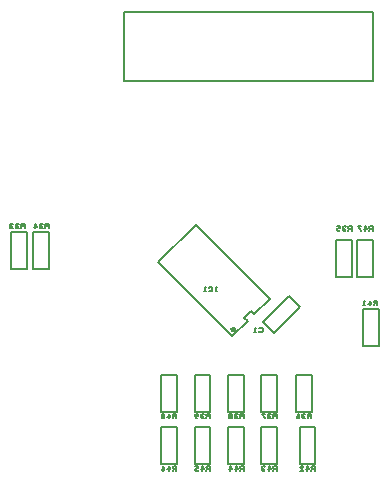
<source format=gbo>
%FSLAX24Y24*%
%MOIN*%
G04 EasyPC Gerber Version 18.0.8 Build 3632 *
%ADD10C,0.00500*%
%ADD11C,0.00800*%
X0Y0D02*
D02*
D10*
X6575Y13912D02*
Y14060D01*
X6489*
X6464Y14047*
X6452Y14023*
X6464Y13998*
X6489Y13986*
X6575*
X6489D02*
X6452Y13912D01*
X6366Y13924D02*
X6341Y13912D01*
X6317*
X6292Y13924*
X6280Y13949*
X6292Y13973*
X6317Y13986*
X6341*
X6317D02*
X6292Y13998D01*
X6280Y14023*
X6292Y14047*
X6317Y14060*
X6341*
X6366Y14047*
X6169Y13924D02*
X6144Y13912D01*
X6120*
X6095Y13924*
X6083Y13949*
X6095Y13973*
X6120Y13986*
X6144*
X6120D02*
X6095Y13998D01*
X6083Y14023*
X6095Y14047*
X6120Y14060*
X6144*
X6169Y14047*
X7375Y13912D02*
Y14060D01*
X7289*
X7264Y14047*
X7252Y14023*
X7264Y13998*
X7289Y13986*
X7375*
X7289D02*
X7252Y13912D01*
X7166Y13924D02*
X7141Y13912D01*
X7117*
X7092Y13924*
X7080Y13949*
X7092Y13973*
X7117Y13986*
X7141*
X7117D02*
X7092Y13998D01*
X7080Y14023*
X7092Y14047*
X7117Y14060*
X7141*
X7166Y14047*
X6920Y13912D02*
Y14060D01*
X6981Y13961*
X6883*
X9881Y18831D02*
X18169D01*
Y21119*
X9881*
Y18831*
X11625Y5837D02*
Y5985D01*
X11539*
X11514Y5972*
X11502Y5948*
X11514Y5923*
X11539Y5911*
X11625*
X11539D02*
X11502Y5837D01*
X11367D02*
Y5985D01*
X11428Y5886*
X11330*
X11231Y5874D02*
X11219Y5898D01*
X11194Y5911*
X11170*
X11145Y5898*
X11133Y5874*
X11145Y5849*
X11170Y5837*
X11194*
X11219Y5849*
X11231Y5874*
Y5911*
X11219Y5948*
X11194Y5972*
X11170Y5985*
X11625Y7587D02*
Y7735D01*
X11539*
X11514Y7722*
X11502Y7698*
X11514Y7673*
X11539Y7661*
X11625*
X11539D02*
X11502Y7587D01*
X11367D02*
Y7735D01*
X11428Y7636*
X11330*
X11219Y7599D02*
X11194Y7587D01*
X11170*
X11145Y7599*
X11133Y7624*
Y7698*
X11145Y7722*
X11170Y7735*
X11194*
X11219Y7722*
X11231Y7698*
Y7624*
X11219Y7599*
X11145Y7722*
X12750Y5837D02*
Y5985D01*
X12664*
X12639Y5972*
X12627Y5948*
X12639Y5923*
X12664Y5911*
X12750*
X12664D02*
X12627Y5837D01*
X12492D02*
Y5985D01*
X12553Y5886*
X12455*
X12356Y5849D02*
X12332Y5837D01*
X12295*
X12270Y5849*
X12258Y5874*
Y5886*
X12270Y5911*
X12295Y5923*
X12356*
Y5985*
X12258*
X12750Y7587D02*
Y7735D01*
X12664*
X12639Y7722*
X12627Y7698*
X12639Y7673*
X12664Y7661*
X12750*
X12664D02*
X12627Y7587D01*
X12541Y7599D02*
X12516Y7587D01*
X12492*
X12467Y7599*
X12455Y7624*
X12467Y7648*
X12492Y7661*
X12516*
X12492D02*
X12467Y7673D01*
X12455Y7698*
X12467Y7722*
X12492Y7735*
X12516*
X12541Y7722*
X12319Y7587D02*
X12295Y7599D01*
X12270Y7624*
X12258Y7661*
Y7698*
X12270Y7722*
X12295Y7735*
X12319*
X12344Y7722*
X12356Y7698*
X12344Y7673*
X12319Y7661*
X12295*
X12270Y7673*
X12258Y7698*
X12988Y11812D02*
X12939D01*
X12963D02*
Y11960D01*
X12988D02*
X12939D01*
X12705Y11837D02*
X12717Y11824D01*
X12742Y11812*
X12779*
X12804Y11824*
X12816Y11837*
X12828Y11861*
Y11910*
X12816Y11935*
X12804Y11947*
X12779Y11960*
X12742*
X12717Y11947*
X12705Y11935*
X12607Y11812D02*
X12557D01*
X12582D02*
Y11960D01*
X12607Y11935*
X13556Y10503D02*
X13525Y10488D01*
X13492Y10493*
X13468Y10517*
X13462Y10551*
X13478Y10581*
X13508Y10597*
X13542Y10591*
X13566Y10567*
X13571Y10534*
X13556Y10503*
X13478D02*
X13556D01*
X13462Y10551D02*
X13571D01*
X13875Y5837D02*
Y5985D01*
X13789*
X13764Y5972*
X13752Y5948*
X13764Y5923*
X13789Y5911*
X13875*
X13789D02*
X13752Y5837D01*
X13617D02*
Y5985D01*
X13678Y5886*
X13580*
X13420Y5837D02*
Y5985D01*
X13481Y5886*
X13383*
X13875Y7587D02*
Y7735D01*
X13789*
X13764Y7722*
X13752Y7698*
X13764Y7673*
X13789Y7661*
X13875*
X13789D02*
X13752Y7587D01*
X13666Y7599D02*
X13641Y7587D01*
X13617*
X13592Y7599*
X13580Y7624*
X13592Y7648*
X13617Y7661*
X13641*
X13617D02*
X13592Y7673D01*
X13580Y7698*
X13592Y7722*
X13617Y7735*
X13641*
X13666Y7722*
X13444Y7661D02*
X13420D01*
X13395Y7673*
X13383Y7698*
X13395Y7722*
X13420Y7735*
X13444*
X13469Y7722*
X13481Y7698*
X13469Y7673*
X13444Y7661*
X13469Y7648*
X13481Y7624*
X13469Y7599*
X13444Y7587*
X13420*
X13395Y7599*
X13383Y7624*
X13395Y7648*
X13420Y7661*
X14377Y10487D02*
X14389Y10474D01*
X14414Y10462*
X14451*
X14475Y10474*
X14488Y10487*
X14500Y10511*
Y10560*
X14488Y10585*
X14475Y10597*
X14451Y10610*
X14414*
X14389Y10597*
X14377Y10585*
X14279Y10462D02*
X14229D01*
X14254D02*
Y10610D01*
X14279Y10585*
X14733Y11569D02*
X12269Y14033D01*
X11017Y12781*
X13481Y10317*
X14002Y10839*
X13898Y10943*
X14107Y11152*
X14211Y11048*
X14733Y11569*
X14975Y5837D02*
Y5985D01*
X14889*
X14864Y5972*
X14852Y5948*
X14864Y5923*
X14889Y5911*
X14975*
X14889D02*
X14852Y5837D01*
X14717D02*
Y5985D01*
X14778Y5886*
X14680*
X14569Y5849D02*
X14544Y5837D01*
X14520*
X14495Y5849*
X14483Y5874*
X14495Y5898*
X14520Y5911*
X14544*
X14520D02*
X14495Y5923D01*
X14483Y5948*
X14495Y5972*
X14520Y5985*
X14544*
X14569Y5972*
X14975Y7587D02*
Y7735D01*
X14889*
X14864Y7722*
X14852Y7698*
X14864Y7673*
X14889Y7661*
X14975*
X14889D02*
X14852Y7587D01*
X14766Y7599D02*
X14741Y7587D01*
X14717*
X14692Y7599*
X14680Y7624*
X14692Y7648*
X14717Y7661*
X14741*
X14717D02*
X14692Y7673D01*
X14680Y7698*
X14692Y7722*
X14717Y7735*
X14741*
X14766Y7722*
X14581Y7587D02*
X14483Y7735D01*
X14581*
X16125Y7587D02*
Y7735D01*
X16039*
X16014Y7722*
X16002Y7698*
X16014Y7673*
X16039Y7661*
X16125*
X16039D02*
X16002Y7587D01*
X15916Y7599D02*
X15891Y7587D01*
X15867*
X15842Y7599*
X15830Y7624*
X15842Y7648*
X15867Y7661*
X15891*
X15867D02*
X15842Y7673D01*
X15830Y7698*
X15842Y7722*
X15867Y7735*
X15891*
X15916Y7722*
X15731Y7624D02*
X15719Y7648D01*
X15694Y7661*
X15670*
X15645Y7648*
X15633Y7624*
X15645Y7599*
X15670Y7587*
X15694*
X15719Y7599*
X15731Y7624*
Y7661*
X15719Y7698*
X15694Y7722*
X15670Y7735*
X16250Y5837D02*
Y5985D01*
X16164*
X16139Y5972*
X16127Y5948*
X16139Y5923*
X16164Y5911*
X16250*
X16164D02*
X16127Y5837D01*
X15992D02*
Y5985D01*
X16053Y5886*
X15955*
X15758Y5837D02*
X15856D01*
X15770Y5923*
X15758Y5948*
X15770Y5972*
X15795Y5985*
X15832*
X15856Y5972*
X17475Y13837D02*
Y13985D01*
X17389*
X17364Y13972*
X17352Y13948*
X17364Y13923*
X17389Y13911*
X17475*
X17389D02*
X17352Y13837D01*
X17266Y13849D02*
X17241Y13837D01*
X17217*
X17192Y13849*
X17180Y13874*
X17192Y13898*
X17217Y13911*
X17241*
X17217D02*
X17192Y13923D01*
X17180Y13948*
X17192Y13972*
X17217Y13985*
X17241*
X17266Y13972*
X17081Y13849D02*
X17057Y13837D01*
X17020*
X16995Y13849*
X16983Y13874*
Y13886*
X16995Y13911*
X17020Y13923*
X17081*
Y13985*
X16983*
X18175Y13837D02*
Y13985D01*
X18089*
X18064Y13972*
X18052Y13948*
X18064Y13923*
X18089Y13911*
X18175*
X18089D02*
X18052Y13837D01*
X17917D02*
Y13985D01*
X17978Y13886*
X17880*
X17781Y13837D02*
X17683Y13985D01*
X17781*
X18325Y11362D02*
Y11510D01*
X18239*
X18214Y11497*
X18202Y11473*
X18214Y11448*
X18239Y11436*
X18325*
X18239D02*
X18202Y11362D01*
X18067D02*
Y11510D01*
X18128Y11411*
X18030*
X17907Y11362D02*
X17857D01*
X17882D02*
Y11510D01*
X17907Y11485*
D02*
D11*
X6640Y13790D02*
X6110D01*
Y12560*
X6640*
Y13790*
X7390D02*
X6860D01*
Y12560*
X7390*
Y13790*
X11110Y6060D02*
X11640D01*
Y7290*
X11110*
Y6060*
Y7810D02*
X11640D01*
Y9040*
X11110*
Y7810*
X12235Y6060D02*
X12765D01*
Y7290*
X12235*
Y6060*
Y7810D02*
X12765D01*
Y9040*
X12235*
Y7810*
X13360Y6060D02*
X13890D01*
Y7290*
X13360*
Y6060*
Y7810D02*
X13890D01*
Y9040*
X13360*
Y7810*
X14460Y6060D02*
X14990D01*
Y7290*
X14460*
Y6060*
Y7810D02*
X14990D01*
Y9040*
X14460*
Y7810*
X15610D02*
X16140D01*
Y9040*
X15610*
Y7810*
X15735Y6060D02*
X16265D01*
Y7290*
X15735*
Y6060*
X15747Y11297D02*
X15372Y11672D01*
X14503Y10803*
X14878Y10428*
X15747Y11297*
X17490Y13540D02*
X16960D01*
Y12310*
X17490*
Y13540*
X18190D02*
X17660D01*
Y12310*
X18190*
Y13540*
X18390Y11240D02*
X17860D01*
Y10010*
X18390*
Y11240*
X0Y0D02*
M02*

</source>
